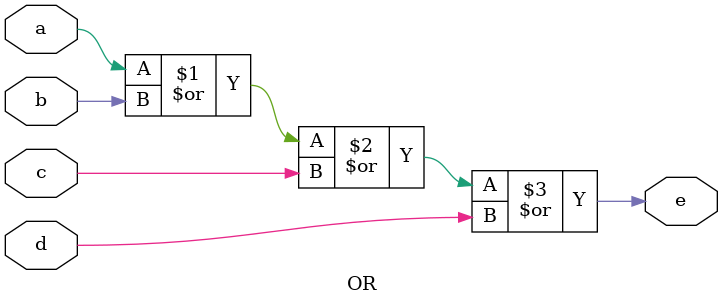
<source format=v>
`timescale 1ns / 1ps
module OR(
    input a,
    input b,
    input c,
    input d,
    output e
    );
    assign e=a|b|c|d;
endmodule

</source>
